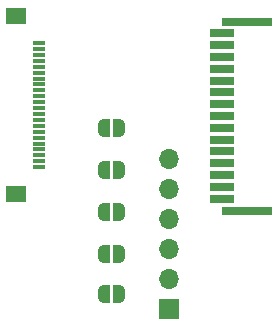
<source format=gbr>
%TF.GenerationSoftware,KiCad,Pcbnew,8.0.4+dfsg-1*%
%TF.CreationDate,2024-12-23T16:36:02+01:00*%
%TF.ProjectId,CMIO-DSI-Adapter,434d494f-2d44-4534-992d-416461707465,rev?*%
%TF.SameCoordinates,Original*%
%TF.FileFunction,Soldermask,Top*%
%TF.FilePolarity,Negative*%
%FSLAX46Y46*%
G04 Gerber Fmt 4.6, Leading zero omitted, Abs format (unit mm)*
G04 Created by KiCad (PCBNEW 8.0.4+dfsg-1) date 2024-12-23 16:36:02*
%MOMM*%
%LPD*%
G01*
G04 APERTURE LIST*
G04 Aperture macros list*
%AMFreePoly0*
4,1,19,0.000000,0.744911,0.071157,0.744911,0.207708,0.704816,0.327430,0.627875,0.420627,0.520320,0.479746,0.390866,0.500000,0.250000,0.500000,-0.250000,0.479746,-0.390866,0.420627,-0.520320,0.327430,-0.627875,0.207708,-0.704816,0.071157,-0.744911,0.000000,-0.744911,0.000000,-0.750000,-0.500000,-0.750000,-0.500000,0.750000,0.000000,0.750000,0.000000,0.744911,0.000000,0.744911,
$1*%
%AMFreePoly1*
4,1,19,0.500000,-0.750000,0.000000,-0.750000,0.000000,-0.744911,-0.071157,-0.744911,-0.207708,-0.704816,-0.327430,-0.627875,-0.420627,-0.520320,-0.479746,-0.390866,-0.500000,-0.250000,-0.500000,0.250000,-0.479746,0.390866,-0.420627,0.520320,-0.327430,0.627875,-0.207708,0.704816,-0.071157,0.744911,0.000000,0.744911,0.000000,0.750000,0.500000,0.750000,0.500000,-0.750000,0.500000,-0.750000,
$1*%
G04 Aperture macros list end*
%ADD10R,1.041400X0.355600*%
%ADD11R,1.651000X1.397000*%
%ADD12R,2.108200X0.660400*%
%ADD13R,4.292600X0.762000*%
%ADD14FreePoly0,0.000000*%
%ADD15FreePoly1,0.000000*%
%ADD16O,1.700000X1.700000*%
%ADD17R,1.700000X1.700000*%
G04 APERTURE END LIST*
D10*
%TO.C,J2*%
X20181808Y-19425000D03*
X20181808Y-19924999D03*
X20181808Y-20425001D03*
X20181808Y-20925000D03*
X20181808Y-21424999D03*
X20181808Y-21925000D03*
X20181808Y-22424999D03*
X20181808Y-22925001D03*
X20181808Y-23425000D03*
X20181808Y-23924999D03*
X20181808Y-24425000D03*
X20181808Y-24925000D03*
X20181808Y-25425001D03*
X20181808Y-25925000D03*
X20181808Y-26424999D03*
X20181808Y-26925001D03*
X20181808Y-27425000D03*
X20181808Y-27925001D03*
X20181808Y-28425000D03*
X20181808Y-28924999D03*
X20181808Y-29425001D03*
X20181808Y-29925000D03*
D11*
X18281809Y-17149999D03*
X18281809Y-32200001D03*
%TD*%
D12*
%TO.C,J1*%
X35690885Y-32599998D03*
X35690885Y-31600000D03*
X35690885Y-30599999D03*
X35690885Y-29599999D03*
X35690885Y-28599998D03*
X35690885Y-27600000D03*
X35690885Y-26600000D03*
X35690885Y-25599999D03*
X35690885Y-24599998D03*
X35690885Y-23599998D03*
X35690885Y-22600000D03*
X35690885Y-21599999D03*
X35690885Y-20599999D03*
X35690885Y-19599998D03*
X35690885Y-18599998D03*
D13*
X37790957Y-33600001D03*
X37790957Y-17599997D03*
%TD*%
D14*
%TO.C,JP5*%
X26981809Y-40699999D03*
D15*
X25681809Y-40699999D03*
%TD*%
%TO.C,JP3*%
X25681809Y-33699999D03*
D14*
X26981809Y-33699999D03*
%TD*%
D15*
%TO.C,JP2*%
X25681809Y-30149999D03*
D14*
X26981809Y-30149999D03*
%TD*%
D15*
%TO.C,JP1*%
X25681809Y-26599999D03*
D14*
X26981809Y-26599999D03*
%TD*%
D15*
%TO.C,JP4*%
X25681809Y-37249999D03*
D14*
X26981809Y-37249999D03*
%TD*%
D16*
%TO.C,J3*%
X31181809Y-29250000D03*
X31181809Y-31790000D03*
X31181809Y-34330000D03*
X31181809Y-36870000D03*
X31181809Y-39410000D03*
D17*
X31181809Y-41950000D03*
%TD*%
M02*

</source>
